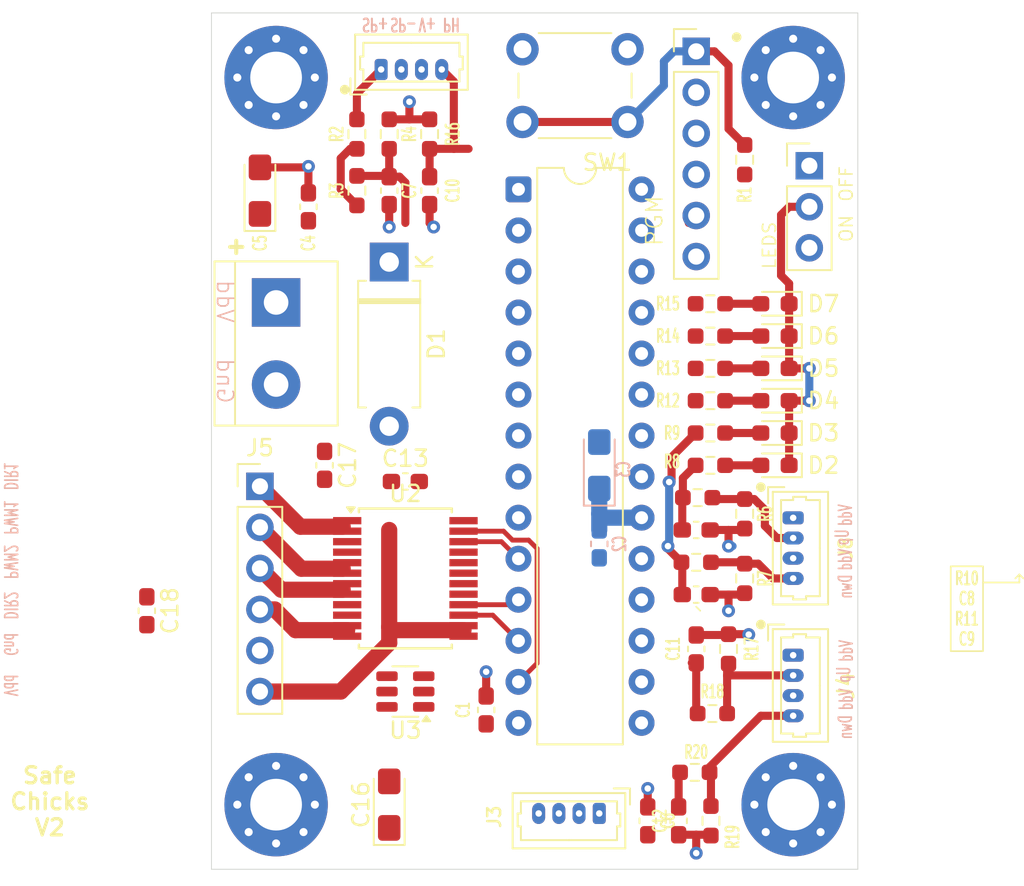
<source format=kicad_pcb>
(kicad_pcb (version 20241229) (generator "pcbnew") (generator_version "9.0")
  (layers (0 "F.Cu" signal) (2 "B.Cu" signal) (13 "F.Paste" user) (15 "B.Paste" user) (5 "F.SilkS" user "F.Silkscreen") (7 "B.SilkS" user "B.Silkscreen") (1 "F.Mask" user) (3 "B.Mask" user) (25 "Edge.Cuts" user))
  (net 0 "")
  (net 1 "GND")
  (net 2 "Net-(U1-VUSB)")
  (net 3 "VDD")
  (net 4 "/SP-ADC")
  (net 5 "/U-SW")
  (net 6 "/B-SW")
  (net 7 "/PH-ADC")
  (net 8 "/MU-BTN")
  (net 9 "/MD-BTN")
  (net 10 "Net-(D2-A)")
  (net 11 "Net-(D2-K)")
  (net 12 "Net-(D3-A)")
  (net 13 "Net-(D4-A)")
  (net 14 "Net-(D5-A)")
  (net 15 "Net-(D6-A)")
  (net 16 "Net-(D7-A)")
  (net 17 "/RESET")
  (net 18 "/PGD")
  (net 19 "/PGC")
  (net 21 "/SER_RX")
  (net 22 "/SER_TX")
  (net 23 "/BTN-DOWN")
  (net 24 "/BTN-UP")
  (net 25 "/PWM2")
  (net 26 "/DIR1")
  (net 27 "/PWM1")
  (net 28 "/DIR2")
  (net 29 "/SP+")
  (net 30 "/SP-")
  (net 31 "/SW-Bottom")
  (net 32 "/SW-Upper")
  (net 34 "Net-(R2-Pad2)")
  (net 35 "/RB4")
  (net 36 "/RB5")
  (net 44 "Net-(U2-BIN1)")
  (net 46 "Net-(U2-AIN1)")
  (net 47 "/VM")
  (net 48 "Net-(J5-Pin_2)")
  (net 49 "Net-(J5-Pin_1)")
  (net 50 "Net-(J5-Pin_4)")
  (net 51 "Net-(J5-Pin_3)")
  (footprint "LED_SMD:LED_0603_1608Metric_Pad1.05x0.95mm_HandSolder" (layer "F.Cu") (at 62.875 34 180)
    (property "Reference" "D7")
    (property "Value" "LED_Small")
  )
  (footprint "Capacitor_SMD:C_0603_1608Metric_Pad1.08x0.95mm_HandSolder" (layer "F.Cu") (at 58 55.3625 90)
    (property "Reference" "C11")
    (property "Value" "1u")
  )
  (footprint "Button_Switch_THT:SW_PUSH_6mm_H4.3mm" (layer "F.Cu") (at 53.75 22.75 180)
    (property "Reference" "SW1")
    (property "Value" "Reset")
  )
  (footprint "Package_SO:SSOP-24_5.3x8.2mm_P0.65mm" (layer "F.Cu") (at 40 51)
    (property "Reference" "U2")
    (property "Value" "TB6612FNG")
  )
  (footprint "Connector_PinHeader_2.54mm:PinHeader_1x06_P2.54mm_Vertical" (layer "F.Cu") (at 31 45.3)
    (property "Reference" "J5")
    (property "Value" "MOTOR")
  )
  (footprint "Resistor_SMD:R_0603_1608Metric_Pad0.98x0.95mm_HandSolder" (layer "F.Cu") (at 61 25.0875 -90)
    (property "Reference" "R1")
    (property "Value" "10k")
  )
  (footprint "Capacitor_SMD:C_0603_1608Metric_Pad1.08x0.95mm_HandSolder" (layer "F.Cu") (at 55 66 90)
    (property "Reference" "C6")
    (property "Value" "10n")
  )
  (footprint "Capacitor_SMD:C_0603_1608Metric_Pad1.08x0.95mm_HandSolder" (layer "F.Cu") (at 58 52)
    (property "Reference" "C9")
    (property "Value" "1u")
  )
  (footprint "Resistor_SMD:R_0603_1608Metric_Pad0.98x0.95mm_HandSolder" (layer "F.Cu") (at 57.9125 63)
    (property "Reference" "R20")
    (property "Value" "10k")
  )
  (footprint "Capacitor_SMD:C_0603_1608Metric_Pad1.08x0.95mm_HandSolder" (layer "F.Cu") (at 39 27 -90)
    (property "Reference" "C7")
    (property "Value" "10n")
  )
  (footprint "Resistor_SMD:R_0603_1608Metric_Pad0.98x0.95mm_HandSolder" (layer "F.Cu") (at 58.875 38 180)
    (property "Reference" "R13")
    (property "Value" "1k")
  )
  (footprint "Capacitor_SMD:C_0603_1608Metric_Pad1.08x0.95mm_HandSolder" (layer "F.Cu") (at 34 28 90)
    (property "Reference" "C4")
    (property "Value" "100n")
  )
  (footprint "Capacitor_SMD:C_0603_1608Metric_Pad1.08x0.95mm_HandSolder" (layer "F.Cu") (at 40 45)
    (property "Reference" "C13")
    (property "Value" "100n")
  )
  (footprint "Capacitor_SMD:C_0603_1608Metric_Pad1.08x0.95mm_HandSolder" (layer "F.Cu") (at 58 48)
    (property "Reference" "C8")
    (property "Value" "1u")
  )
  (footprint "MountingHole:MountingHole_3.2mm_M3_Pad_Via" (layer "F.Cu") (at 64 65)
    (property "Reference" "H4" (hide yes))
    (property "Value" "MountingHole")
  )
  (footprint "Resistor_SMD:R_0603_1608Metric_Pad0.98x0.95mm_HandSolder" (layer "F.Cu") (at 58.0875 46)
    (property "Reference" "R10")
    (property "Value" "10k")
  )
  (footprint "Resistor_SMD:R_0603_1608Metric_Pad0.98x0.95mm_HandSolder" (layer "F.Cu") (at 58.9125 66 90)
    (property "Reference" "R19")
    (property "Value" "100k")
  )
  (footprint "Resistor_SMD:R_0603_1608Metric_Pad0.98x0.95mm_HandSolder" (layer "F.Cu") (at 61 47 90)
    (property "Reference" "R6")
    (property "Value" "100k")
  )
  (footprint "Resistor_SMD:R_0603_1608Metric_Pad0.98x0.95mm_HandSolder" (layer "F.Cu") (at 39 23.5 90)
    (property "Reference" "R4")
    (property "Value" "332k")
  )
  (footprint "Capacitor_SMD:C_0603_1608Metric_Pad1.08x0.95mm_HandSolder" (layer "F.Cu") (at 41.5 27 -90)
    (property "Reference" "C10")
    (property "Value" "100n")
  )
  (footprint "Capacitor_Tantalum_SMD:CP_EIA-3216-10_Kemet-I_HandSolder" (layer "F.Cu") (at 31 27 90)
    (property "Reference" "C5")
    (property "Value" "10u")
  )
  (footprint "Connector_PinHeader_2.54mm:PinHeader_1x03_P2.54mm_Vertical" (layer "F.Cu") (at 65 25.46)
    (property "Reference" "J9" (hide yes))
    (property "Value" "LED-Enable")
  )
  (footprint "Resistor_SMD:R_0603_1608Metric_Pad0.98x0.95mm_HandSolder" (layer "F.Cu") (at 61 51 90)
    (property "Reference" "R7")
    (property "Value" "100k")
  )
  (footprint "Capacitor_SMD:C_0603_1608Metric_Pad1.08x0.95mm_HandSolder" (layer "F.Cu") (at 56.9125 66 -90)
    (property "Reference" "C12")
    (property "Value" "1u")
  )
  (footprint "Connector_Molex:Molex_PicoBlade_53047-0410_1x04_P1.25mm_Vertical" (layer "F.Cu") (at 64 47.25 -90)
    (property "Reference" "J8")
    (property "Value" "Switches")
  )
  (footprint "Resistor_SMD:R_0603_1608Metric_Pad0.98x0.95mm_HandSolder" (layer "F.Cu") (at 41.5 23.5 -90)
    (property "Reference" "R16")
    (property "Value" "47k")
  )
  (footprint "Resistor_SMD:R_0603_1608Metric_Pad0.98x0.95mm_HandSolder" (layer "F.Cu") (at 59 59.3625)
    (property "Reference" "R18")
    (property "Value" "10k")
  )
  (footprint "Diode_THT:D_DO-15_P10.16mm_Horizontal" (layer "F.Cu") (at 39 31.42 -90)
    (property "Reference" "D1")
    (property "Value" "1007")
  )
  (footprint "MountingHole:MountingHole_3.2mm_M3_Pad_Via" (layer "F.Cu") (at 32 65)
    (property "Reference" "H2" (hide yes))
    (property "Value" "MountingHole")
  )
  (footprint "Resistor_SMD:R_0603_1608Metric_Pad0.98x0.95mm_HandSolder" (layer "F.Cu") (at 58.875 44 180)
    (property "Reference" "R8")
    (property "Value" "1k")
  )
  (footprint "LED_SMD:LED_0603_1608Metric_Pad1.05x0.95mm_HandSolder" (layer "F.Cu") (at 62.875 40 180)
    (property "Reference" "D4")
    (property "Value" "LED_Small")
  )
  (footprint "LED_SMD:LED_0603_1608Metric_Pad1.05x0.95mm_HandSolder" (layer "F.Cu") (at 62.875 38 180)
    (property "Reference" "D5")
    (property "Value" "LED_Small")
  )
  (footprint "Resistor_SMD:R_0603_1608Metric_Pad0.98x0.95mm_HandSolder" (layer "F.Cu") (at 58 50)
    (property "Reference" "R11")
    (property "Value" "10k")
  )
  (footprint "Connector_Molex:Molex_PicoBlade_53047-0410_1x04_P1.25mm_Vertical" (layer "F.Cu") (at 52 65.545 180)
    (property "Reference" "J3")
    (property "Value" "Serial")
  )
  (footprint "Capacitor_SMD:C_0603_1608Metric_Pad1.08x0.95mm_HandSolder" (layer "F.Cu") (at 24 53 -90)
    (property "Reference" "C18")
    (property "Value" "100n")
  )
  (footprint "Resistor_SMD:R_0603_1608Metric_Pad0.98x0.95mm_HandSolder" (layer "F.Cu") (at 58.875 42 180)
    (property "Reference" "R9")
    (property "Value" "1k")
  )
  (footprint "LED_SMD:LED_0603_1608Metric_Pad1.05x0.95mm_HandSolder" (layer "F.Cu") (at 62.875 44 180)
    (property "Reference" "D2")
    (property "Value" "LED_Small")
  )
  (footprint "Resistor_SMD:R_0603_1608Metric_Pad0.98x0.95mm_HandSolder" (layer "F.Cu") (at 37 23.5 -90)
    (property "Reference" "R2")
    (property "Value" "316k")
  )
  (footprint "LED_SMD:LED_0603_1608Metric_Pad1.05x0.95mm_HandSolder" (layer "F.Cu") (at 62.875 42 180)
    (property "Reference" "D3")
    (property "Value" "LED_Small")
  )
  (footprint "Resistor_SMD:R_0603_1608Metric_Pad0.98x0.95mm_HandSolder" (layer "F.Cu") (at 58.875 40 180)
    (property "Reference" "R12")
    (property "Value" "1k")
  )
  (footprint "Resistor_SMD:R_0603_1608Metric_Pad0.98x0.95mm_HandSolder" (layer "F.Cu") (at 58.875 34 180)
    (property "Reference" "R15")
    (property "Value" "1k")
  )
  (footprint "Resistor_SMD:R_0603_1608Metric_Pad0.98x0.95mm_HandSolder" (layer "F.Cu") (at 60 55.3625 -90)
    (property "Reference" "R17")
    (property "Value" "100k")
  )
  (footprint "Capacitor_SMD:C_0603_1608Metric_Pad1.08x0.95mm_HandSolder" (layer "F.Cu") (at 45 59.1375 90)
    (property "Reference" "C1")
    (property "Value" "100n")
  )
  (footprint "TerminalBlock:TerminalBlock_bornier-2_P5.08mm" (layer "F.Cu") (at 32 33.92 -90)
    (property "Reference" "J1" (hide yes))
    (property "Value" "5V")
  )
  (footprint "Connector_PinHeader_2.54mm:PinHeader_1x06_P2.54mm_Vertical" (layer "F.Cu") (at 58 18.38)
    (property "Reference" "J2" (hide yes))
    (property "Value" "PGM")
  )
  (footprint "Resistor_SMD:R_0603_1608Metric_Pad0.98x0.95mm_HandSolder" (layer "F.Cu") (at 58.875 36 180)
    (property "Reference" "R14")
    (property "Value" "1k")
  )
  (footprint "Capacitor_SMD:C_0603_1608Metric_Pad1.08x0.95mm_HandSolder" (layer "F.Cu") (at 35 44 -90)
    (property "Reference" "C17")
    (property "Value" "100n")
  )
  (footprint "Connector_Molex:Molex_PicoBlade_53047-0410_1x04_P1.25mm_Vertical" (layer "F.Cu") (at 38.5 19.5)
    (property "Reference" "J6" (hide yes))
    (property "Value" "Sensors")
  )
  (footprint "Package_TO_SOT_SMD:SOT-23-6" (layer "F.Cu") (at 40 58 180)
    (property "Reference" "U3")
    (property "Value" "SN74LVC2G14DBV")
  )
  (footprint "Capacitor_Tantalum_SMD:CP_EIA-3216-10_Kemet-I_HandSolder" (layer "F.Cu") (at 39 65 90)
    (property "Reference" "C16")
    (property "Value" "1u")
  )
  (footprint "MountingHole:MountingHole_3.2mm_M3_Pad_Via" (layer "F.Cu") (at 32 20)
    (property "Reference" "H1" (hide yes))
    (property "Value" "MountingHole")
  )
  (footprint "Resistor_SMD:R_0603_1608Metric_Pad0.98x0.95mm_HandSolder" (layer "F.Cu") (at 37 27 -90)
    (property "Reference" "R3")
    (property "Value" "316k")
  )
  (footprint "Connector_Molex:Molex_PicoBlade_53047-0410_1x04_P1.25mm_Vertical" (layer "F.Cu") (at 64 55.75 -90)
    (property "Reference" "J4")
    (property "Value" "Buttons")
  )
  (footprint "Package_DIP:DIP-28_W7.62mm" (layer "F.Cu") (at 47 26.92)
    (property "Reference" "U1" (hide yes))
    (property "Value" "PIC18F2550-ISP")
  )
  (footprint "MountingHole:MountingHole_3.2mm_M3_Pad_Via" (layer "F.Cu") (at 64 20)
    (property "Reference" "H3" (hide yes))
    (property "Value" "MountingHole")
  )
  (footprint "LED_SMD:LED_0603_1608Metric_Pad1.05x0.95mm_HandSolder" (layer "F.Cu") (at 62.875 36 180)
    (property "Reference" "D6")
    (property "Value" "LED_Small")
  )
  (footprint "Capacitor_Tantalum_SMD:CP_EIA-3216-10_Kemet-I_HandSolder" (layer "B.Cu") (at 52 44 90)
    (property "Reference" "C3")
    (property "Value" "1u")
  )
  (footprint "Capacitor_SMD:C_0603_1608Metric_Pad1.08x0.95mm_HandSolder" (layer "B.Cu") (at 52 48.8625 -90)
    (property "Reference" "C2")
    (property "Value" "100n")
  )
  (gr_line (start 78 50.75) (end 77.75 51) (stroke (width 0.1)) (layer "F.SilkS"))
  (gr_line (start 78 51.25) (end 78 50.75) (stroke (width 0.1)) (layer "F.SilkS"))
  (gr_circle (center 62 53.85) (end 61.75 53.85) (stroke (width 0.1)) (fill yes) (layer "F.SilkS"))
  (gr_rect (start 73.75 50.25) (end 75.75 55.5) (stroke (width 0.1)) (fill no) (layer "F.SilkS"))
  (gr_circle (center 36.25 20.75) (end 36 20.75) (stroke (width 0.1)) (fill yes) (layer "F.SilkS"))
  (gr_line (start 78 50.75) (end 78.25 51) (stroke (width 0.1)) (layer "F.SilkS"))
  (gr_line (start 75.75 51.25) (end 78 51.25) (stroke (width 0.1)) (layer "F.SilkS"))
  (gr_line (start 58.25 53) (end 58 52.75) (stroke (width 0.1)) (layer "F.SilkS"))
  (gr_circle (center 62 45.35) (end 61.75 45.35) (stroke (width 0.1)) (fill yes) (layer "F.SilkS"))
  (gr_circle (center 60.5 17.5) (end 60.25 17.5) (stroke (width 0.1)) (fill yes) (layer "F.SilkS"))
  (gr_line (start 68 16) (end 68 69) (stroke (width 0.05)) (layer "Edge.Cuts"))
  (gr_line (start 68 69) (end 28 69) (stroke (width 0.05)) (layer "Edge.Cuts"))
  (gr_line (start 28 69) (end 28 16) (stroke (width 0.05)) (layer "Edge.Cuts"))
  (gr_line (start 28 16) (end 68 16) (stroke (width 0.05)) (layer "Edge.Cuts"))
  (gr_text "ON" (at 67.75 30.25 90) (layer "F.SilkS") (effects (font (size 0.8 0.8) (thickness 0.1)) (justify left bottom)))
  (gr_text "Safe\nChicks\nV2" (at 18 67 0) (layer "F.SilkS") (effects (font (size 1 1) (thickness 0.2) (bold yes)) (justify bottom)))
  (gr_text "LEDS" (at 63 31.92 90) (layer "F.SilkS") (effects (font (size 0.8 0.8) (thickness 0.1)) (justify left bottom)))
  (gr_text "+" (at 28.75 31 0) (layer "F.SilkS") (effects (font (size 1 1) (thickness 0.25) (bold yes)) (justify left bottom)))
  (gr_text "OFF" (at 67.75 27.75 90) (layer "F.SilkS") (effects (font (size 0.8 0.8) (thickness 0.1)) (justify left bottom)))
  (gr_text "PGM" (at 56 30.5 90) (layer "F.SilkS") (effects (font (size 1 1) (thickness 0.1)) (justify left bottom)))
  (gr_text "SP-" (at 39 16.25 180) (layer "B.SilkS") (effects (font (size 0.8 0.5) (thickness 0.125)) (justify left bottom mirror)))
  (gr_text "DIR2" (at 15.1 53.6 270) (layer "B.SilkS") (effects (font (size 0.8 0.5) (thickness 0.1)) (justify left bottom mirror)))
  (gr_text "Vdd" (at 67.7 46.35 90) (layer "B.SilkS") (effects (font (size 0.8 0.5) (thickness 0.1)) (justify left bottom mirror)))
  (gr_text "Dwn" (at 67.7 59.4 90) (layer "B.SilkS") (effects (font (size 0.8 0.5) (thickness 0.1)) (justify left bottom mirror)))
  (gr_text "V+" (at 40.75 16.25 180) (layer "B.SilkS") (effects (font (size 0.8 0.5) (thickness 0.125)) (justify left bottom mirror)))
  (gr_text "Vdd" (at 15.1 58.35 270) (layer "B.SilkS") (effects (font (size 0.8 0.5) (thickness 0.1)) (justify left bottom mirror)))
  (gr_text "Vdd" (at 28.25 35.25 270) (layer "B.SilkS") (effects (font (size 1 1) (thickness 0.1)) (justify left bottom mirror)))
  (gr_text "Up" (at 67.6 56.4 90) (layer "B.SilkS") (effects (font (size 0.8 0.5) (thickness 0.1)) (justify left bottom mirror)))
  (gr_text "Vdd" (at 67.75 57.75 90) (layer "B.SilkS") (effects (font (size 0.8 0.5) (thickness 0.1)) (justify left bottom mirror)))
  (gr_text "SP+" (at 37.25 16.25 180) (layer "B.SilkS") (effects (font (size 0.8 0.5) (thickness 0.125)) (justify left bottom mirror)))
  (gr_text "DIR1" (at 15.1 45.6 270) (layer "B.SilkS") (effects (font (size 0.8 0.5) (thickness 0.1)) (justify left bottom mirror)))
  (gr_text "Dwn" (at 67.7 50.7 90) (layer "B.SilkS") (effects (font (size 0.8 0.5) (thickness 0.1)) (justify left bottom mirror)))
  (gr_text "PWM1" (at 15.1 48.35 270) (layer "B.SilkS") (effects (font (size 0.8 0.5) (thickness 0.1)) (justify left bottom mirror)))
  (gr_text "Gnd" (at 28.25 40.25 270) (layer "B.SilkS") (effects (font (size 1 1) (thickness 0.1)) (justify left bottom mirror)))
  (gr_text "Up" (at 67.5 47.9 90) (layer "B.SilkS") (effects (font (size 0.8 0.5) (thickness 0.1)) (justify left bottom mirror)))
  (gr_text "PH" (at 42.25 16.25 180) (layer "B.SilkS") (effects (font (size 0.8 0.5) (thickness 0.125)) (justify left bottom mirror)))
  (gr_text "PWM2" (at 15.1 51.1 270) (layer "B.SilkS") (effects (font (size 0.8 0.5) (thickness 0.1)) (justify left bottom mirror)))
  (gr_text "Vdd" (at 67.75 54.75 90) (layer "B.SilkS") (effects (font (size 0.8 0.5) (thickness 0.1)) (justify left bottom mirror)))
  (gr_text "Gnd" (at 15.1 55.85 270) (layer "B.SilkS") (effects (font (size 0.8 0.5) (thickness 0.1)) (justify left bottom mirror)))
  (gr_text "Vdd" (at 67.7 49.1 90) (layer "B.SilkS") (effects (font (size 0.8 0.5) (thickness 0.1)) (justify left bottom mirror)))
  (segment (start 60.9125 52) (end 61 51.9125) (width 0.5) (layer "F.Cu") (net 1))
  (segment (start 40.25 22.5875) (end 40.25 21.5) (width 0.5) (layer "F.Cu") (net 1))
  (segment (start 41.5 27.8625) (end 41.5 29) (width 0.5) (layer "F.Cu") (net 1))
  (segment (start 60 52) (end 60 53) (width 0.5) (layer "F.Cu") (net 1))
  (segment (start 58.8625 48) (end 60 48) (width 0.5) (layer "F.Cu") (net 1))
  (segment (start 61.225 54.45) (end 61.25 54.475) (width 0.5) (layer "F.Cu") (net 1))
  (segment (start 45 58.275) (end 45 56.775) (width 0.5) (layer "F.Cu") (net 1))
  (segment (start 56.9125 66.8625) (end 58 66.8625) (width 0.5) (layer "F.Cu") (net 1))
  (segment (start 60.9125 48) (end 61 47.9125) (width 0.5) (layer "F.Cu") (net 1))
  (segment (start 60 48) (end 60 49) (width 0.5) (layer "F.Cu") (net 1))
  (segment (start 58 66.8625) (end 58.8625 66.8625) (width 0.5) (layer "F.Cu") (net 1))
  (segment (start 58.8625 52) (end 60 52) (width 0.5) (layer "F.Cu") (net 1))
  (segment (start 41.5 29) (end 41.75 29.25) (width 0.5) (layer "F.Cu") (net 1))
  (segment (start 58.8625 66.8625) (end 58.9125 66.9125) (width 0.5) (layer "F.Cu") (net 1))
  (segment (start 60 48) (end 60.9125 48) (width 0.5) (layer "F.Cu") (net 1))
  (segment (start 59.95 54.5) (end 60 54.45) (width 0.5) (layer "F.Cu") (net 1))
  (segment (start 55 65.1375) (end 55 64) (width 0.5) (layer "F.Cu") (net 1))
  (segment (start 34 27.1375) (end 34 25.5) (width 0.5) (layer "F.Cu") (net 1))
  (segment (start 31 25.56) (end 33.94 25.56) (width 0.5) (layer "F.Cu") (net 1))
  (segment (start 60 54.45) (end 61.225 54.45) (width 0.5) (layer "F.Cu") (net 1))
  (segment (start 33.94 25.56) (end 34 25.5) (width 0.5) (layer "F.Cu") (net 1))
  (segment (start 58 54.5) (end 59.95 54.5) (width 0.5) (layer "F.Cu") (net 1))
  (segment (start 58 66.8625) (end 58 68) (width 0.5) (layer "F.Cu") (net 1))
  (segment (start 40.25 22.5875) (end 41.5 22.5875) (width 0.5) (layer "F.Cu") (net 1))
  (segment (start 39 27.8625) (end 39 29.25) (width 0.5) (layer "F.Cu") (net 1))
  (segment (start 60 52) (end 60.9125 52) (width 0.5) (layer "F.Cu") (net 1))
  (segment (start 39 27.8625) (end 39 28) (width 0.5) (layer "F.Cu") (net 1))
  (segment (start 39 22.5875) (end 40.25 22.5875) (width 0.5) (layer "F.Cu") (net 1))
  (via (at 40.25 21.5) (size 0.8) (drill 0.4) (layers "F.Cu" "B.Cu") (net 1))
  (via (at 60 49) (size 0.8) (drill 0.4) (layers "F.Cu" "B.Cu") (net 1))
  (via (at 41.75 29.25) (size 0.8) (drill 0.4) (layers "F.Cu" "B.Cu") (net 1))
  (via (at 55 64) (size 0.8) (drill 0.4) (layers "F.Cu" "B.Cu") (net 1))
  (via (at 61.25 54.475) (size 0.8) (drill 0.4) (layers "F.Cu" "B.Cu") (net 1))
  (via (at 60 53) (size 0.8) (drill 0.4) (layers "F.Cu" "B.Cu") (net 1))
  (via (at 39 29.25) (size 0.8) (drill 0.4) (layers "F.Cu" "B.Cu") (net 1))
  (via (at 34 25.5) (size 0.8) (drill 0.4) (layers "F.Cu" "B.Cu") (net 1))
  (via (at 58 68) (size 0.8) (drill 0.4) (layers "F.Cu" "B.Cu") (net 1))
  (via (at 45 56.775) (size 0.8) (drill 0.4) (layers "F.Cu" "B.Cu") (net 1))
  (segment (start 60 49) (end 60.25 49) (width 0.5) (layer "B.Cu") (net 1))
  (segment (start 52.24 47.24) (end 52 47) (width 1) (layer "B.Cu") (net 3))
  (segment (start 54.62 47.24) (end 52.24 47.24) (width 1) (layer "B.Cu") (net 3))
  (segment (start 52 47) (end 52 45.44) (width 1) (layer "B.Cu") (net 3))
  (segment (start 52 48) (end 52 47) (width 1) (layer "B.Cu") (net 3))
  (segment (start 39 26.1375) (end 39 24.4125) (width 0.5) (layer "F.Cu") (net 4))
  (segment (start 37 26.0875) (end 38.95 26.0875) (width 0.5) (layer "F.Cu") (net 4))
  (segment (start 38.95 26.0875) (end 39 26.1375) (width 0.5) (layer "F.Cu") (net 4))
  (segment (start 39.6375 26.1375) (end 40 26.5) (width 0.5) (layer "F.Cu") (net 4))
  (segment (start 39 26.1375) (end 39.6375 26.1375) (width 0.5) (layer "F.Cu") (net 4))
  (segment (start 40 26.5) (end 40 29) (width 0.5) (layer "F.Cu") (net 4))
  (segment (start 57.1375 46.0375) (end 57.175 46) (width 0.5) (layer "F.Cu") (net 5))
  (segment (start 57.175 46) (end 57.175 44.7875) (width 0.5) (layer "F.Cu") (net 5))
  (segment (start 57.175 44.7875) (end 57.9625 44) (width 0.5) (layer "F.Cu") (net 5))
  (segment (start 57.1375 48) (end 57.1375 46.0375) (width 0.5) (layer "F.Cu") (net 5))
  (segment (start 56.5 44) (end 56.474 44.026) (width 0.5) (layer "F.Cu") (net 6))
  (segment (start 57.1375 50.05) (end 57.0875 50) (width 0.5) (layer "F.Cu") (net 6))
  (segment (start 57.9625 42) (end 56.5 43.4625) (width 0.5) (layer "F.Cu") (net 6))
  (segment (start 57.1375 52) (end 57.1375 50.05) (width 0.5) (layer "F.Cu") (net 6))
  (segment (start 56.359087 45) (end 56.325 45.034087) (width 0.5) (layer "F.Cu") (net 6))
  (segment (start 56.474 45) (end 56.359087 45) (width 0.5) (layer "F.Cu") (net 6))
  (segment (start 56.25 49.1625) (end 57.0875 50) (width 0.5) (layer "F.Cu") (net 6))
  (segment (start 56.474 44.026) (end 56.474 45) (width 0.5) (layer "F.Cu") (net 6))
  (segment (start 56.25 49) (end 56.25 49.1625) (width 0.5) (layer "F.Cu") (net 6))
  (segment (start 56.5 43.4625) (end 56.5 44) (width 0.5) (layer "F.Cu") (net 6))
  (via (at 56.25 49) (size 0.8) (drill 0.4) (layers "F.Cu" "B.Cu") (net 6))
  (via (at 56.325 45.034087) (size 0.8) (drill 0.4) (layers "F.Cu" "B.Cu") (net 6))
  (segment (start 56.325 48.925) (end 56.25 49) (width 0.5) (layer "B.Cu") (net 6))
  (segment (start 56.325 45.034087) (end 56.325 48.925) (width 0.5) (layer "B.Cu") (net 6))
  (segment (start 43 24.4125) (end 41.5 24.4125) (width 0.5) (layer "F.Cu") (net 7))
  (segment (start 43.9125 24.4125) (end 43 24.4125) (width 0.5) (layer "F.Cu") (net 7))
  (segment (start 41.5 24.4125) (end 41.5 26.1375) (width 0.5) (layer "F.Cu") (net 7))
  (segment (start 43 20.25) (end 43 24.4125) (width 0.5) (layer "F.Cu") (net 7))
  (segment (start 43 20.25) (end 42.25 19.5) (width 0.5) (layer "F.Cu") (net 7))
  (segment (start 58 59.275) (end 58.0875 59.3625) (width 0.5) (layer "F.Cu") (net 8))
  (segment (start 58 56.225) (end 58 59.275) (width 0.5) (layer "F.Cu") (net 8))
  (segment (start 57.725 56.225) (end 58 56.225) (width 0.5) (layer "F.Cu") (net 8))
  (segment (start 56.9125 63.0875) (end 57 63) (width 0.5) (layer "F.Cu") (net 9))
  (segment (start 56.9125 65.1375) (end 56.9125 63.0875) (width 0.5) (layer "F.Cu") (net 9))
  (segment (start 59.7875 44) (end 62 44) (width 0.5) (layer "F.Cu") (net 10))
  (segment (start 63.25 28.5) (end 63.25 32.25) (width 0.5) (layer "F.Cu") (net 11))
  (segment (start 63.75 38) (end 63.75 36) (width 0.5) (layer "F.Cu") (net 11))
  (segment (start 63.75 36) (end 63.75 34) (width 0.5) (layer "F.Cu") (net 11))
  (segment (start 63.75 32.75) (end 63.75 34) (width 0.5) (layer "F.Cu") (net 11))
  (segment (start 63.25 32.25) (end 63.75 32.75) (width 0.5) (layer "F.Cu") (net 11))
  (segment (start 65 28) (end 63.75 28) (width 0.5) (layer "F.Cu") (net 11))
  (segment (start 63.75 40) (end 65 40) (width 0.5) (layer "F.Cu") (net 11))
  (segment (start 63.75 42) (end 63.75 40) (width 0.5) (layer "F.Cu") (net 11))
  (segment (start 63.75 44) (end 63.75 42) (width 0.5) (layer "F.Cu") (net 11))
  (segment (start 63.75 38) (end 65 38) (width 0.5) (layer "F.Cu") (net 11))
  (segment (start 63.75 28) (end 63.25 28.5) (width 0.5) (layer "F.Cu") (net 11))
  (via (at 65 38) (size 0.8) (drill 0.4) (layers "F.Cu" "B.Cu") (net 11))
  (via (at 65 40) (size 0.8) (drill 0.4) (layers "F.Cu" "B.Cu") (net 11))
  (segment (start 65 38) (end 65 40) (width 0.5) (layer "B.Cu") (net 11))
  (segment (start 59.7875 42) (end 62 42) (width 0.5) (layer "F.Cu") (net 12))
  (segment (start 59.7875 40) (end 62 40) (width 0.5) (layer "F.Cu") (net 13))
  (segment (start 59.7875 38) (end 62 38) (width 0.5) (layer "F.Cu") (net 14))
  (segment (start 59.7875 36) (end 62 36) (width 0.5) (layer "F.Cu") (net 15))
  (segment (start 59.7875 34) (end 62 34) (width 0.5) (layer "F.Cu") (net 16))
  (segment (start 47.25 22.75) (end 53.75 22.75) (width 0.5) (layer "F.Cu") (net 17))
  (segment (start 58 18.38) (end 59.13 18.38) (width 0.5) (layer "F.Cu") (net 17))
  (segment (start 59.13 18.38) (end 60 19.25) (width 0.5) (layer "F.Cu") (net 17))
  (segment (start 60 19.25) (end 60 23.175) (width 0.5) (layer "F.Cu") (net 17))
  (segment (start 60 23.175) (end 61 24.175) (width 0.5) (layer "F.Cu") (net 17))
  (segment (start 56.62 18.38) (end 58 18.38) (width 0.5) (layer "B.Cu") (net 17))
  (segment (start 56 19) (end 56.62 18.38) (width 0.5) (layer "B.Cu") (net 17))
  (segment (start 53.75 22.75) (end 56 20.5) (width 0.5) (layer "B.Cu") (net 17))
  (segment (start 56 20.5) (end 56 19) (width 0.5) (layer "B.Cu") (net 17))
  (segment (start 57.54 29) (end 58 28.54) (width 0.5) (layer "F.Cu") (net 19))
  (segment (start 58.825 63) (end 58.825 62.675) (width 0.5) (layer "F.Cu") (net 23))
  (segment (start 58.9125 63.0875) (end 58.825 63) (width 0.5) (layer "F.Cu") (net 23))
  (segment (start 58.9125 65.0875) (end 58.9125 63.0875) (width 0.5) (layer "F.Cu") (net 23))
  (segment (start 58.825 62.675) (end 62 59.5) (width 0.5) (layer "F.Cu") (net 23))
  (segment (start 62 59.5) (end 64 59.5) (width 0.5) (layer "F.Cu") (net 23))
  (segment (start 59.9125 59.3625) (end 59.9125 57) (width 0.5) (layer "F.Cu") (net 24))
  (segment (start 64 57) (end 59.9125 57) (width 0.5) (layer "F.Cu") (net 24))
  (segment (start 59.9125 57) (end 59.9125 56.3625) (width 0.5) (layer "F.Cu") (net 24))
  (segment (start 59.9125 56.3625) (end 60 56.275) (width 0.5) (layer "F.Cu") (net 24))
  (segment (start 45.415 53.275) (end 47 54.86) (width 0.3) (layer "F.Cu") (net 25))
  (segment (start 43.6 53.275) (end 45.415 53.275) (width 0.3) (layer "F.Cu") (net 25))
  (segment (start 45.945 48.725) (end 47 49.78) (width 0.3) (layer "F.Cu") (net 26))
  (segment (start 43.6 48.725) (end 45.945 48.725) (width 0.3) (layer "F.Cu") (net 26))
  (segment (start 46.075 48.075) (end 46.629 48.629) (width 0.3) (layer "F.Cu") (net 27))
  (segment (start 46.629 48.629) (end 47.629 48.629) (width 0.3) (layer "F.Cu") (net 27))
  (segment (start 43.6 48.075) (end 46.075 48.075) (width 0.3) (layer "F.Cu") (net 27))
  (segment (start 48.151 56.249) (end 47 57.4) (width 0.3) (layer "F.Cu") (net 27))
  (segment (start 47.629 48.629) (end 48.151 49.151) (width 0.3) (layer "F.Cu") (net 27))
  (segment (start 48.151 49.151) (end 48.151 56.249) (width 0.3) (layer "F.Cu") (net 27))
  (segment (start 46.695 52.625) (end 47 52.32) (width 0.3) (layer "F.Cu") (net 28))
  (segment (start 43.6 52.625) (end 46.695 52.625) (width 0.3) (layer "F.Cu") (net 28))
  (segment (start 37 22.5875) (end 37 21) (width 0.5) (layer "F.Cu") (net 29))
  (segment (start 37 21) (end 38.5 19.5) (width 0.5) (layer "F.Cu") (net 29))
  (segment (start 62.75 51) (end 64 51) (width 0.5) (layer "F.Cu") (net 31))
  (segment (start 61.8375 50.0875) (end 62.75 51) (width 0.5) (layer "F.Cu") (net 31))
  (segment (start 61 50.0875) (end 61.8375 50.0875) (width 0.5) (layer "F.Cu") (net 31))
  (segment (start 60.9125 50) (end 61 50.0875) (width 0.5) (layer "F.Cu") (net 31))
  (segment (start 58.9125 50) (end 60.9125 50) (width 0.5) (layer "F.Cu") (net 31))
  (segment (start 61.5875 46.0875) (end 61 46.0875) (width 0.5) (layer "F.Cu") (net 32))
  (segment (start 62.25 47.75) (end 62.25 46.75) (width 0.5) (layer "F.Cu") (net 32))
  (segment (start 59.0875 46.0875) (end 59 46) (width 0.5) (layer "F.Cu") (net 32))
  (segment (start 64 48.5) (end 63 48.5) (width 0.5) (layer "F.Cu") (net 32))
  (segment (start 62.25 46.75) (end 61.5875 46.0875) (width 0.5) (layer "F.Cu") (net 32))
  (segment (start 61 46.0875) (end 59.0875 46.0875) (width 0.5) (layer "F.Cu") (net 32))
  (segment (start 63 48.5) (end 62.25 47.75) (width 0.5) (layer "F.Cu") (net 32))
  (segment (start 36.5875 24.4125) (end 37 24.4125) (width 0.5) (layer "F.Cu") (net 34))
  (segment (start 36 26.9125) (end 36 25) (width 0.5) (layer "F.Cu") (net 34))
  (segment (start 37 27.9125) (end 36 26.9125) (width 0.5) (layer "F.Cu") (net 34))
  (segment (start 36 25) (end 36.5875 24.4125) (width 0.5) (layer "F.Cu") (net 34))
  (segment (start 39.201 54.201) (end 43.6 54.201) (width 1) (layer "F.Cu") (net 47))
  (segment (start 31 58) (end 36 58) (width 1) (layer "F.Cu") (net 47))
  (segment (start 39 55) (end 39 54) (width 1) (layer "F.Cu") (net 47))
  (segment (start 39 54) (end 39.201 54.201) (width 1) (layer "F.Cu") (net 47))
  (segment (start 36 58) (end 39 55) (width 1) (layer "F.Cu") (net 47))
  (segment (start 39 54) (end 39 48) (width 1) (layer "F.Cu") (net 47))
  (segment (start 33.559 50.399) (end 36.124 50.399) (width 1) (layer "F.Cu") (net 48))
  (segment (start 31 47.84) (end 33.559 50.399) (width 1) (layer "F.Cu") (net 48))
  (segment (start 33.499 47.799) (end 36.124 47.799) (width 1) (layer "F.Cu") (net 49))
  (segment (start 31 45.3) (end 33.499 47.799) (width 1) (layer "F.Cu") (net 49))
  (segment (start 36.4 47.425) (end 36.4 48.075) (width 0.3) (layer "F.Cu") (net 49))
  (segment (start 31.92 52.92) (end 33.201 54.201) (width 1) (layer "F.Cu") (net 50))
  (segment (start 33.201 54.201) (end 36.4 54.201) (width 1) (layer "F.Cu") (net 50))
  (segment (start 31 52.92) (end 31.92 52.92) (width 1) (layer "F.Cu") (net 50))
  (segment (start 32.319 51.699) (end 36.124 51.699) (width 1) (layer "F.Cu") (net 51))
  (segment (start 31 50.38) (end 32.319 51.699) (width 1) (layer "F.Cu") (net 51))
)
</source>
